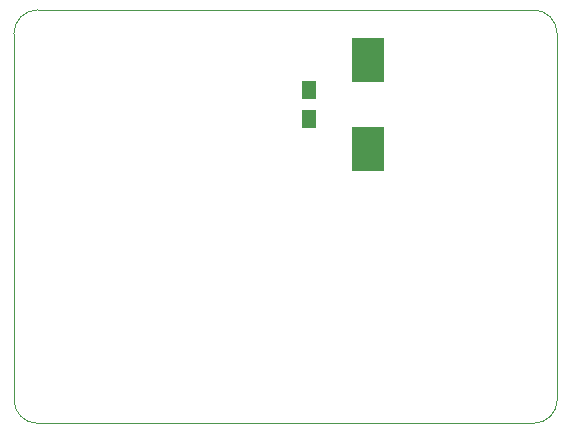
<source format=gtp>
G04 #@! TF.GenerationSoftware,KiCad,Pcbnew,(6.0.0)*
G04 #@! TF.CreationDate,2022-01-15T23:36:52+01:00*
G04 #@! TF.ProjectId,apa102nano,61706131-3032-46e6-916e-6f2e6b696361,rev?*
G04 #@! TF.SameCoordinates,Original*
G04 #@! TF.FileFunction,Paste,Top*
G04 #@! TF.FilePolarity,Positive*
%FSLAX46Y46*%
G04 Gerber Fmt 4.6, Leading zero omitted, Abs format (unit mm)*
G04 Created by KiCad (PCBNEW (6.0.0)) date 2022-01-15 23:36:52*
%MOMM*%
%LPD*%
G01*
G04 APERTURE LIST*
G04 #@! TA.AperFunction,Profile*
%ADD10C,0.050000*%
G04 #@! TD*
%ADD11R,1.250000X1.500000*%
%ADD12R,2.700000X3.750000*%
G04 APERTURE END LIST*
D10*
X103000000Y-46000000D02*
X61000000Y-46000000D01*
X105000000Y-48000000D02*
G75*
G03*
X103000000Y-46000000I-2000000J0D01*
G01*
X103000000Y-81000000D02*
G75*
G03*
X105000000Y-79000000I0J2000000D01*
G01*
X59000000Y-79000000D02*
G75*
G03*
X61000000Y-81000000I2000000J0D01*
G01*
X61000000Y-46000000D02*
G75*
G03*
X59000000Y-48000000I0J-2000000D01*
G01*
X105000000Y-79000000D02*
X105000000Y-48000000D01*
X61000000Y-81000000D02*
X103000000Y-81000000D01*
X59000000Y-48000000D02*
X59000000Y-79000000D01*
D11*
X84000000Y-55250000D03*
X84000000Y-52750000D03*
D12*
X89000000Y-50225000D03*
X89000000Y-57775000D03*
M02*

</source>
